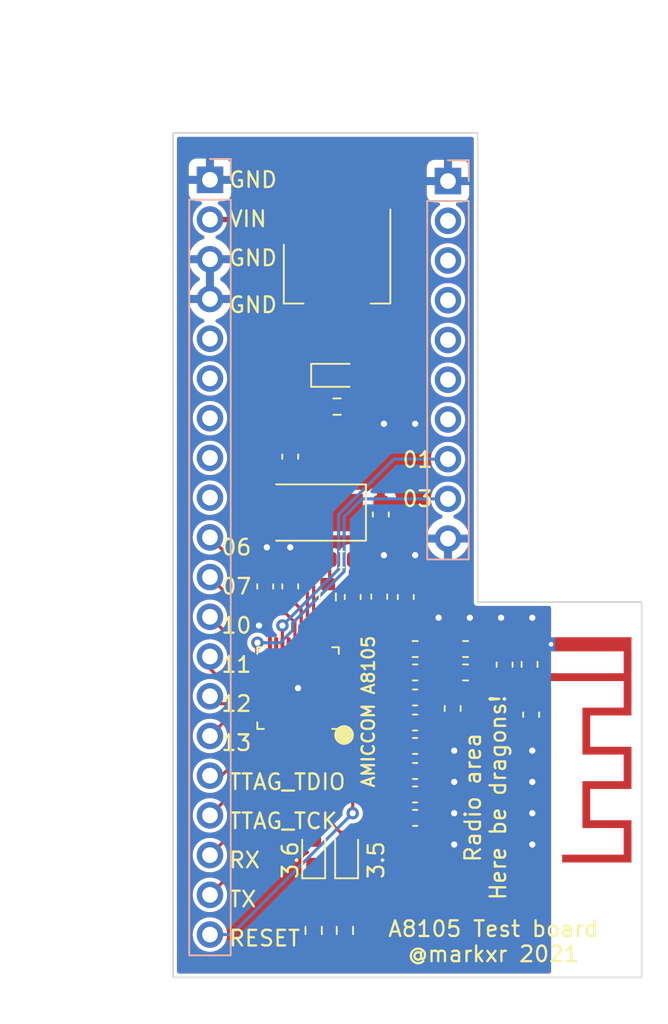
<source format=kicad_pcb>
(kicad_pcb (version 20210424) (generator pcbnew)
  (layers (0 "F.Cu" signal) (31 "B.Cu" signal) (34 "B.Paste" user) (35 "F.Paste" user) (36 "B.SilkS" user "B.Silkscreen") (37 "F.SilkS" user "F.Silkscreen") (38 "B.Mask" user) (39 "F.Mask" user) (44 "Edge.Cuts" user))
  (net 0 "")
  (net 1 "GND")
  (net 2 "/VIN")
  (net 3 "/RESETN")
  (net 4 "+3V3")
  (net 9 "/P0.1")
  (net 13 "Net-(D1-Pad1)")
  (net 14 "Net-(D2-Pad1)")
  (net 15 "Net-(D3-Pad1)")
  (net 16 "/P1.0")
  (net 17 "/BLINKY1")
  (net 18 "/P1.1")
  (net 19 "/P1.2")
  (net 20 "/P1.3")
  (net 21 "/BLINKY2")
  (net 28 "/P0.3")
  (net 29 "/P0.6")
  (net 30 "/P0.7")
  (net 31 "/TTAG_TTDIO")
  (net 32 "/TTAG_TTCK")
  (net 35 "/RFI")
  (net 36 "Net-(C4-Pad2)")
  (net 37 "Net-(C6-Pad1)")
  (net 42 "Net-(C7-Pad1)")
  (net 43 "Net-(C8-Pad1)")
  (net 47 "Net-(C9-Pad1)")
  (net 48 "/VREF")
  (net 49 "Net-(C12-Pad1)")
  (net 50 "Net-(C14-Pad1)")
  (net 51 "/ANT")
  (net 52 "/XI")
  (net 53 "/XO")
  (net 54 "/IMPMATCH2")
  (net 55 "/RFO")
  (net 56 "/IMPMATCH1")
  (net 57 "/VDD_VCO")
  (net 58 "/CP")
  (net 59 "/UART0_RX")
  (net 60 "/UART0_TX")
  (footprint "Capacitor_SMD:C_0603_1608Metric" (layer "F.Cu") (at 163 109.3)
    (fp_text reference "C6" hide)
    (fp_text value "2.2uF")
    (fp_line (start -0.14058 0.51) (end 0.14058 0.51) (layer "F.SilkS") (width 0.12))
    (fp_line (start -0.14058 -0.51) (end 0.14058 -0.51) (layer "F.SilkS") (width 0.12))
    (pad "1" smd roundrect locked (at -0.775 0) (size 0.9 0.95) (layers "F.Cu" "F.Paste" "F.Mask") (net 37 "Net-(C6-Pad1)"))
    (pad "2" smd roundrect locked (at 0.775 0) (size 0.9 0.95) (layers "F.Cu" "F.Paste" "F.Mask") (net 1 "GND"))
  )
  (footprint "Capacitor_SMD:C_0603_1608Metric" (layer "F.Cu") (at 170.425 102.7 -90)
    (fp_text reference "C15" hide)
    (fp_text value "1.2pF")
    (fp_line (start -0.14058 0.51) (end 0.14058 0.51) (layer "F.SilkS") (width 0.12))
    (fp_line (start -0.14058 -0.51) (end 0.14058 -0.51) (layer "F.SilkS") (width 0.12))
    (pad "1" smd roundrect locked (at -0.775 0 270) (size 0.9 0.95) (layers "F.Cu" "F.Paste" "F.Mask") (net 51 "/ANT"))
    (pad "2" smd roundrect locked (at 0.775 0 270) (size 0.9 0.95) (layers "F.Cu" "F.Paste" "F.Mask") (net 1 "GND"))
  )
  (footprint "Capacitor_SMD:C_0603_1608Metric" (layer "F.Cu") (at 160.7 95.15 90)
    (fp_text reference "C22" hide)
    (fp_text value "0.1uF")
    (fp_line (start -0.14058 0.51) (end 0.14058 0.51) (layer "F.SilkS") (width 0.12))
    (fp_line (start -0.14058 -0.51) (end 0.14058 -0.51) (layer "F.SilkS") (width 0.12))
    (pad "1" smd roundrect locked (at -0.775 0 90) (size 0.9 0.95) (layers "F.Cu" "F.Paste" "F.Mask") (net 57 "/VDD_VCO"))
    (pad "2" smd roundrect locked (at 0.775 0 90) (size 0.9 0.95) (layers "F.Cu" "F.Paste" "F.Mask") (net 1 "GND"))
  )
  (footprint "Capacitor_SMD:C_0603_1608Metric" (layer "F.Cu") (at 155 86.2 90)
    (fp_text reference "C17" hide)
    (fp_text value "33pF")
    (fp_line (start -0.14058 -0.51) (end 0.14058 -0.51) (layer "F.SilkS") (width 0.12))
    (fp_line (start -0.14058 0.51) (end 0.14058 0.51) (layer "F.SilkS") (width 0.12))
    (pad "1" smd roundrect locked (at -0.775 0 90) (size 0.9 0.95) (layers "F.Cu" "F.Paste" "F.Mask") (net 53 "/XO"))
    (pad "2" smd roundrect locked (at 0.775 0 90) (size 0.9 0.95) (layers "F.Cu" "F.Paste" "F.Mask") (net 1 "GND"))
  )
  (footprint "Capacitor_SMD:C_0603_1608Metric" (layer "F.Cu") (at 163 103.2)
    (fp_text reference "C8" hide)
    (fp_text value "2.2uF")
    (fp_line (start -0.14058 0.51) (end 0.14058 0.51) (layer "F.SilkS") (width 0.12))
    (fp_line (start -0.14058 -0.51) (end 0.14058 -0.51) (layer "F.SilkS") (width 0.12))
    (pad "1" smd roundrect locked (at -0.775 0) (size 0.9 0.95) (layers "F.Cu" "F.Paste" "F.Mask") (net 43 "Net-(C8-Pad1)"))
    (pad "2" smd roundrect locked (at 0.775 0) (size 0.9 0.95) (layers "F.Cu" "F.Paste" "F.Mask") (net 1 "GND"))
  )
  (footprint "Capacitor_SMD:C_0603_1608Metric" (layer "F.Cu") (at 168.725 99.5 -90)
    (fp_text reference "C18" hide)
    (fp_text value "2.2pF")
    (fp_line (start -0.14058 0.51) (end 0.14058 0.51) (layer "F.SilkS") (width 0.12))
    (fp_line (start -0.14058 -0.51) (end 0.14058 -0.51) (layer "F.SilkS") (width 0.12))
    (pad "1" smd roundrect locked (at -0.775 0 270) (size 0.9 0.95) (layers "F.Cu" "F.Paste" "F.Mask") (net 54 "/IMPMATCH2"))
    (pad "2" smd roundrect locked (at 0.775 0 270) (size 0.9 0.95) (layers "F.Cu" "F.Paste" "F.Mask") (net 1 "GND"))
  )
  (footprint "LED_SMD:LED_0603_1608Metric_Pad1.05x0.95mm_HandSolder" (layer "F.Cu") (at 158.61 111.5 90)
    (fp_text reference "D3" hide)
    (fp_text value "LED")
    (fp_line (start -1.66 0.735) (end 0.8 0.735) (layer "F.SilkS") (width 0.12))
    (fp_line (start 0.8 -0.735) (end -1.66 -0.735) (layer "F.SilkS") (width 0.12))
    (fp_line (start -1.66 -0.735) (end -1.66 0.735) (layer "F.SilkS") (width 0.12))
    (pad "1" smd roundrect locked (at -0.875 0 90) (size 1.05 0.95) (layers "F.Cu" "F.Paste" "F.Mask") (net 15 "Net-(D3-Pad1)"))
    (pad "2" smd roundrect locked (at 0.875 0 90) (size 1.05 0.95) (layers "F.Cu" "F.Paste" "F.Mask") (net 21 "/BLINKY2"))
  )
  (footprint "Capacitor_SMD:C_0603_1608Metric" (layer "F.Cu") (at 160.8 89.9 90)
    (fp_text reference "C16" hide)
    (fp_text value "33pF")
    (fp_line (start -0.14058 0.51) (end 0.14058 0.51) (layer "F.SilkS") (width 0.12))
    (fp_line (start -0.14058 -0.51) (end 0.14058 -0.51) (layer "F.SilkS") (width 0.12))
    (pad "1" smd roundrect locked (at -0.775 0 90) (size 0.9 0.95) (layers "F.Cu" "F.Paste" "F.Mask") (net 52 "/XI"))
    (pad "2" smd roundrect locked (at 0.775 0 90) (size 0.9 0.95) (layers "F.Cu" "F.Paste" "F.Mask") (net 1 "GND"))
  )
  (footprint "Capacitor_SMD:C_0603_1608Metric" (layer "F.Cu") (at 153.4 94.5 -90)
    (fp_text reference "C5" hide)
    (fp_text value "2.2uF")
    (fp_line (start -0.14058 -0.51) (end 0.14058 -0.51) (layer "F.SilkS") (width 0.12))
    (fp_line (start -0.14058 0.51) (end 0.14058 0.51) (layer "F.SilkS") (width 0.12))
    (pad "1" smd roundrect locked (at -0.775 0 270) (size 0.9 0.95) (layers "F.Cu" "F.Paste" "F.Mask") (net 4 "+3V3"))
    (pad "2" smd roundrect locked (at 0.775 0 270) (size 0.9 0.95) (layers "F.Cu" "F.Paste" "F.Mask") (net 1 "GND"))
  )
  (footprint "Capacitor_SMD:C_0603_1608Metric" (layer "F.Cu") (at 163 101.6)
    (fp_text reference "C4" hide)
    (fp_text value "2.2pF")
    (fp_line (start -0.14058 0.51) (end 0.14058 0.51) (layer "F.SilkS") (width 0.12))
    (fp_line (start -0.14058 -0.51) (end 0.14058 -0.51) (layer "F.SilkS") (width 0.12))
    (pad "1" smd roundrect locked (at -0.775 0) (size 0.9 0.95) (layers "F.Cu" "F.Paste" "F.Mask") (net 35 "/RFI"))
    (pad "2" smd roundrect locked (at 0.775 0) (size 0.9 0.95) (layers "F.Cu" "F.Paste" "F.Mask") (net 36 "Net-(C4-Pad2)"))
  )
  (footprint "Resistor_SMD:R_0603_1608Metric" (layer "F.Cu") (at 158 83)
    (fp_text reference "R2" hide)
    (fp_text value "1k")
    (fp_line (start -0.237258 0.5225) (end 0.237258 0.5225) (layer "F.SilkS") (width 0.12))
    (fp_line (start -0.237258 -0.5225) (end 0.237258 -0.5225) (layer "F.SilkS") (width 0.12))
    (pad "1" smd roundrect locked (at -0.825 0) (size 0.8 0.95) (layers "F.Cu" "F.Paste" "F.Mask") (net 13 "Net-(D1-Pad1)"))
    (pad "2" smd roundrect locked (at 0.825 0) (size 0.8 0.95) (layers "F.Cu" "F.Paste" "F.Mask") (net 1 "GND"))
  )
  (footprint "Capacitor_SMD:C_0603_1608Metric" (layer "F.Cu") (at 159 95.175 90)
    (fp_text reference "C23" hide)
    (fp_text value "220pF")
    (fp_line (start -0.14058 -0.51) (end 0.14058 -0.51) (layer "F.SilkS") (width 0.12))
    (fp_line (start -0.14058 0.51) (end 0.14058 0.51) (layer "F.SilkS") (width 0.12))
    (pad "1" smd roundrect locked (at -0.775 0 90) (size 0.9 0.95) (layers "F.Cu" "F.Paste" "F.Mask") (net 58 "/CP"))
    (pad "2" smd roundrect locked (at 0.775 0 90) (size 0.9 0.95) (layers "F.Cu" "F.Paste" "F.Mask") (net 1 "GND"))
  )
  (footprint "LED_SMD:LED_0603_1608Metric_Pad1.05x0.95mm_HandSolder" (layer "F.Cu") (at 158 81)
    (fp_text reference "D1" hide)
    (fp_text value "LED")
    (fp_line (start -1.66 0.735) (end 0.8 0.735) (layer "F.SilkS") (width 0.12))
    (fp_line (start 0.8 -0.735) (end -1.66 -0.735) (layer "F.SilkS") (width 0.12))
    (fp_line (start -1.66 -0.735) (end -1.66 0.735) (layer "F.SilkS") (width 0.12))
    (pad "1" smd roundrect locked (at -0.875 0) (size 1.05 0.95) (layers "F.Cu" "F.Paste" "F.Mask") (net 13 "Net-(D1-Pad1)"))
    (pad "2" smd roundrect locked (at 0.875 0) (size 1.05 0.95) (layers "F.Cu" "F.Paste" "F.Mask") (net 4 "+3V3"))
  )
  (footprint "Package_TO_SOT_SMD:SOT-223-3_TabPin2" (layer "F.Cu") (at 158 74.5 -90)
    (fp_text reference "U2" hide)
    (fp_text value "AMS1117-3.3")
    (fp_line (start -1.85 3.41) (end 1.91 3.41) (layer "F.SilkS") (width 0.12))
    (fp_line (start -4.1 -3.41) (end 1.91 -3.41) (layer "F.SilkS") (width 0.12))
    (fp_line (start 1.91 3.41) (end 1.91 2.15) (layer "F.SilkS") (width 0.12))
    (fp_line (start 1.91 -3.41) (end 1.91 -2.15) (layer "F.SilkS") (width 0.12))
    (pad "1" smd rect locked (at -3.15 -2.3 270) (size 2 1.5) (layers "F.Cu" "F.Paste" "F.Mask") (net 1 "GND"))
    (pad "2" smd rect locked (at -3.15 0 270) (size 2 1.5) (layers "F.Cu" "F.Paste" "F.Mask") (net 4 "+3V3"))
    (pad "2" smd rect locked (at 3.15 0 270) (size 2 3.8) (layers "F.Cu" "F.Paste" "F.Mask") (net 4 "+3V3"))
    (pad "3" smd rect locked (at -3.15 2.3 270) (size 2 1.5) (layers "F.Cu" "F.Paste" "F.Mask") (net 2 "/VIN"))
  )
  (footprint "a8105:QFN-40-A8105-longpads" (layer "F.Cu") (at 155.5 101 180)
    (fp_text reference "U1" hide)
    (fp_text value "A81X05F5")
    (fp_line (start 2.61 -2.61) (end 2.61 -2.185) (layer "F.SilkS") (width 0.12))
    (fp_line (start 2.185 -2.61) (end 2.61 -2.61) (layer "F.SilkS") (width 0.12))
    (fp_line (start -2.185 -2.61) (end -2.61 -2.61) (layer "F.SilkS") (width 0.12))
    (fp_line (start 2.61 2.61) (end 2.61 2.185) (layer "F.SilkS") (width 0.12))
    (fp_line (start -2.185 2.61) (end -2.61 2.61) (layer "F.SilkS") (width 0.12))
    (fp_line (start -2.61 2.61) (end -2.61 2.185) (layer "F.SilkS") (width 0.12))
    (fp_line (start 2.185 2.61) (end 2.61 2.61) (layer "F.SilkS") (width 0.12))
    (pad "1" smd roundrect locked (at -2.6375 -1.8 180) (size 1.225 0.25) (layers "F.Cu" "F.Paste" "F.Mask"))
    (pad "2" smd roundrect locked (at -2.6375 -1.4 180) (size 1.225 0.25) (layers "F.Cu" "F.Paste" "F.Mask"))
    (pad "3" smd roundrect locked (at -2.6375 -1 180) (size 1.225 0.25) (layers "F.Cu" "F.Paste" "F.Mask") (net 3 "/RESETN"))
    (pad "4" smd roundrect locked (at -2.6375 -0.6 180) (size 1.225 0.25) (layers "F.Cu" "F.Paste" "F.Mask") (net 37 "Net-(C6-Pad1)"))
    (pad "5" smd roundrect locked (at -2.6375 -0.2 180) (size 1.225 0.25) (layers "F.Cu" "F.Paste" "F.Mask") (net 47 "Net-(C9-Pad1)"))
    (pad "6" smd roundrect locked (at -2.6375 0.2 180) (size 1.225 0.25) (layers "F.Cu" "F.Paste" "F.Mask") (net 42 "Net-(C7-Pad1)"))
    (pad "7" smd roundrect locked (at -2.6375 0.6 180) (size 1.225 0.25) (layers "F.Cu" "F.Paste" "F.Mask") (net 48 "/VREF"))
    (pad "8" smd roundrect locked (at -2.6375 1 180) (size 1.225 0.25) (layers "F.Cu" "F.Paste" "F.Mask") (net 43 "Net-(C8-Pad1)"))
    (pad "9" smd roundrect locked (at -2.6375 1.4 180) (size 1.225 0.25) (layers "F.Cu" "F.Paste" "F.Mask") (net 35 "/RFI"))
    (pad "10" smd roundrect locked (at -2.6375 1.8 180) (size 1.225 0.25) (layers "F.Cu" "F.Paste" "F.Mask") (net 55 "/RFO"))
    (pad "11" smd roundrect locked (at -1.8 2.6375 180) (size 0.25 1.225) (layers "F.Cu" "F.Paste" "F.Mask") (net 57 "/VDD_VCO"))
    (pad "12" smd roundrect locked (at -1.4 2.6375 180) (size 0.25 1.225) (layers "F.Cu" "F.Paste" "F.Mask") (net 58 "/CP"))
    (pad "13" smd roundrect locked (at -1 2.6375 180) (size 0.25 1.225) (layers "F.Cu" "F.Paste" "F.Mask") (net 52 "/XI"))
    (pad "14" smd roundrect locked (at -0.6 2.6375 180) (size 0.25 1.225) (layers "F.Cu" "F.Paste" "F.Mask") (net 53 "/XO"))
    (pad "15" smd roundrect locked (at -0.2 2.6375 180) (size 0.25 1.225) (layers "F.Cu" "F.Paste" "F.Mask") (net 49 "Net-(C12-Pad1)"))
    (pad "16" smd roundrect locked (at 0.2 2.6375 180) (size 0.25 1.225) (layers "F.Cu" "F.Paste" "F.Mask") (net 4 "+3V3"))
    (pad "17" smd roundrect locked (at 0.6 2.6375 180) (size 0.25 1.225) (layers "F.Cu" "F.Paste" "F.Mask"))
    (pad "18" smd roundrect locked (at 1 2.6375 180) (size 0.25 1.225) (layers "F.Cu" "F.Paste" "F.Mask") (net 9 "/P0.1"))
    (pad "19" smd roundrect locked (at 1.4 2.6375 180) (size 0.25 1.225) (layers "F.Cu" "F.Paste" "F.Mask"))
    (pad "20" smd roundrect locked (at 1.8 2.6375 180) (size 0.25 1.225) (layers "F.Cu" "F.Paste" "F.Mask") (net 1 "GND"))
    (pad "21" smd roundrect locked (at 2.6375 1.8 180) (size 1.225 0.25) (layers "F.Cu" "F.Paste" "F.Mask") (net 28 "/P0.3"))
    (pad "22" smd roundrect locked (at 2.6375 1.4 180) (size 1.225 0.25) (layers "F.Cu" "F.Paste" "F.Mask"))
    (pad "23" smd roundrect locked (at 2.6375 1 180) (size 1.225 0.25) (layers "F.Cu" "F.Paste" "F.Mask"))
    (pad "24" smd roundrect locked (at 2.6375 0.6 180) (size 1.225 0.25) (layers "F.Cu" "F.Paste" "F.Mask") (net 29 "/P0.6"))
    (pad "25" smd roundrect locked (at 2.6375 0.2 180) (size 1.225 0.25) (layers "F.Cu" "F.Paste" "F.Mask") (net 30 "/P0.7"))
    (pad "26" smd roundrect locked (at 2.6375 -0.2 180) (size 1.225 0.25) (layers "F.Cu" "F.Paste" "F.Mask") (net 16 "/P1.0"))
    (pad "27" smd roundrect locked (at 2.6375 -0.6 180) (size 1.225 0.25) (layers "F.Cu" "F.Paste" "F.Mask") (net 18 "/P1.1"))
    (pad "28" smd roundrect locked (at 2.6375 -1 180) (size 1.225 0.25) (layers "F.Cu" "F.Paste" "F.Mask") (net 19 "/P1.2"))
    (pad "29" smd roundrect locked (at 2.6375 -1.4 180) (size 1.225 0.25) (layers "F.Cu" "F.Paste" "F.Mask") (net 20 "/P1.3"))
    (pad "30" smd roundrect locked (at 2.6375 -1.8 180) (size 1.225 0.25) (layers "F.Cu" "F.Paste" "F.Mask") (net 31 "/TTAG_TTDIO"))
    (pad "31" smd roundrect locked (at 1.8 -2.6375 180) (size 0.25 1.225) (layers "F.Cu" "F.Paste" "F.Mask") (net 32 "/TTAG_TTCK"))
    (pad "32" smd roundrect locked (at 1.4 -2.6375 180) (size 0.25 1.225) (layers "F.Cu" "F.Paste" "F.Mask"))
    (pad "33" smd roundrect locked (at 1 -2.6375 180) (size 0.25 1.225) (layers "F.Cu" "F.Paste" "F.Mask"))
    (pad "34" smd roundrect locked (at 0.6 -2.6375 180) (size 0.25 1.225) (layers "F.Cu" "F.Paste" "F.Mask") (net 59 "/UART0_RX"))
    (pad "35" smd roundrect locked (at 0.2 -2.6375 180) (size 0.25 1.225) (layers "F.Cu" "F.Paste" "F.Mask") (net 60 "/UART0_TX"))
    (pad "36" smd roundrect locked (at -0.2 -2.6375 180) (size 0.25 1.225) (layers "F.Cu" "F.Paste" "F.Mask"))
    (pad "37" smd roundrect locked (at -0.6 -2.6375 180) (size 0.25 1.225) (layers "F.Cu" "F.Paste" "F.Mask"))
    (pad "38" smd roundrect locked (at -1 -2.6375 180) (size 0.25 1.225) (layers "F.Cu" "F.Paste" "F.Mask"))
    (pad "39" smd roundrect locked (at -1.4 -2.6375 180) (size 0.25 1.225) (layers "F.Cu" "F.Paste" "F.Mask") (net 17 "/BLINKY1"))
    (pad "40" smd roundrect locked (at -1.8 -2.6375 180) (size 0.25 1.225) (layers "F.Cu" "F.Paste" "F.Mask") (net 21 "/BLINKY2"))
    (pad "41" smd roundrect locked (at 0 0 180) (size 3 3) (layers "F.Cu" "F.Mask") (roundrect_rratio 0.125) (net 1 "GND"))
  )
  (footprint "Crystal:Crystal_SMD_5032-2Pin_5.0x3.2mm" (layer "F.Cu") (at 156.8 89.775 180)
    (fp_text reference "Y1" hide)
    (fp_text value "16Mhz")
    (fp_line (start -3.05 -1.8) (end -3.05 1.8) (layer "F.SilkS") (width 0.12))
    (fp_line (start 2.7 -1.8) (end -3.05 -1.8) (layer "F.SilkS") (width 0.12))
    (fp_line (start -3.05 1.8) (end 2.7 1.8) (layer "F.SilkS") (width 0.12))
    (pad "1" smd rect locked (at -1.85 0 180) (size 2 2.4) (layers "F.Cu" "F.Paste" "F.Mask") (net 52 "/XI"))
    (pad "2" smd rect locked (at 1.85 0 180) (size 2 2.4) (layers "F.Cu" "F.Paste" "F.Mask") (net 53 "/XO"))
  )
  (footprint "RF_Antenna:Texas_SWRA117D_2.4GHz_Right" (layer "F.Cu") (at 171.7 100.3 -90)
    (fp_text reference "AE1" hide)
    (fp_text value "Antenna_Shield")
    (fp_poly (pts (xy 2.45 -2.51) (xy 4.45 -2.51) (xy 4.45 -5.15) (xy 7.15 -5.15) (xy 7.15 -2.51) (xy 9.15 -2.51) (xy 9.15 -5.15) (xy 11.85 -5.15) (xy 11.85 -0.71) (xy 11.35 -0.71) (xy 11.35 -4.65) (xy 9.65 -4.65) (xy 9.65 -2.01) (xy 6.65 -2.01) (xy 6.65 -4.65) (xy 4.95 -4.65) (xy 4.95 -2.01) (xy 1.95 -2.01) (xy 1.95 -4.65) (xy 0.25 -4.65) (xy 0.25 0.25) (xy -0.25 0.25) (xy -0.25 -4.65) (xy -1.65 -4.65) (xy -1.65 0.25) (xy -2.55 0.25) (xy -2.55 0.006785) (xy -2.247583 0.006785) (xy -2.237742 0.054395) (xy -2.213674 0.096797) (xy -2.175731 0.129581) (xy -2.167819 0.133935) (xy -2.125156 0.146043) (xy -2.076637 0.1453) (xy -2.031122 0.1324) (xy -2.012511 0.121787) (xy -1.978868 0.086553) (xy -1.958309 0.041368) (xy -1.951778 -0.008158) (xy -1.960218 -0.056417) (xy -1.977112 -0.088643) (xy -2.012372 -0.121313) (xy -2.057682 -0.141408) (xy -2.107267 -0.147982) (xy -2.155353 -0.140092) (xy -2.188245 -0.123186) (xy -2.223185 -0.086416) (xy -2.242847 -0.041622) (xy -2.247583 0.006785) (xy -2.55 0.006785) (xy -2.55 -5.15) (xy 2.45 -5.15) (xy 2.45 -2.51)) (layer "F.Cu") (width 0) (fill solid))
    (pad "1" connect rect locked (at 0 0 270) (size 0.5 0.5) (layers "F.Cu") (net 51 "/ANT"))
    (pad "2" thru_hole rect locked (at -2.1 0 270) (size 0.9 0.5) (drill 0.3) (layers *.Cu) (net 1 "GND"))
  )
  (footprint "LED_SMD:LED_0603_1608Metric_Pad1.05x0.95mm_HandSolder" (layer "F.Cu") (at 156.5 111.5 90)
    (fp_text reference "D2" hide)
    (fp_text value "LED")
    (fp_line (start -1.66 0.735) (end 0.8 0.735) (layer "F.SilkS") (width 0.12))
    (fp_line (start 0.8 -0.735) (end -1.66 -0.735) (layer "F.SilkS") (width 0.12))
    (fp_line (start -1.66 -0.735) (end -1.66 0.735) (layer "F.SilkS") (width 0.12))
    (pad "1" smd roundrect locked (at -0.875 0 90) (size 1.05 0.95) (layers "F.Cu" "F.Paste" "F.Mask") (net 14 "Net-(D2-Pad1)"))
    (pad "2" smd roundrect locked (at 0.875 0 90) (size 1.05 0.95) (layers "F.Cu" "F.Paste" "F.Mask") (net 17 "/BLINKY1"))
  )
  (footprint "Resistor_SMD:R_0603_1608Metric" (layer "F.Cu") (at 158.5 116.5 -90)
    (fp_text reference "R4" hide)
    (fp_text value "1k")
    (fp_line (start -0.237258 0.5225) (end 0.237258 0.5225) (layer "F.SilkS") (width 0.12))
    (fp_line (start -0.237258 -0.5225) (end 0.237258 -0.5225) (layer "F.SilkS") (width 0.12))
    (pad "1" smd roundrect locked (at -0.825 0 270) (size 0.8 0.95) (layers "F.Cu" "F.Paste" "F.Mask") (net 15 "Net-(D3-Pad1)"))
    (pad "2" smd roundrect locked (at 0.825 0 270) (size 0.8 0.95) (layers "F.Cu" "F.Paste" "F.Mask") (net 1 "GND"))
  )
  (footprint "Inductor_SMD:L_0603_1608Metric" (layer "F.Cu") (at 166.225 100)
    (fp_text reference "L2" hide)
    (fp_text value "3.3nH")
    (fp_line (start -0.162779 0.51) (end 0.162779 0.51) (layer "F.SilkS") (width 0.12))
    (fp_line (start -0.162779 -0.51) (end 0.162779 -0.51) (layer "F.SilkS") (width 0.12))
    (pad "1" smd roundrect locked (at -0.7875 0) (size 0.875 0.95) (layers "F.Cu" "F.Paste" "F.Mask") (net 56 "/IMPMATCH1"))
    (pad "2" smd roundrect locked (at 0.7875 0) (size 0.875 0.95) (layers "F.Cu" "F.Paste" "F.Mask") (net 1 "GND"))
  )
  (footprint "Capacitor_SMD:C_0603_1608Metric" (layer "F.Cu") (at 163 106.3)
    (fp_text reference "C7" hide)
    (fp_text value "330pF")
    (fp_line (start -0.14058 0.51) (end 0.14058 0.51) (layer "F.SilkS") (width 0.12))
    (fp_line (start -0.14058 -0.51) (end 0.14058 -0.51) (layer "F.SilkS") (width 0.12))
    (pad "1" smd roundrect locked (at -0.775 0) (size 0.9 0.95) (layers "F.Cu" "F.Paste" "F.Mask") (net 42 "Net-(C7-Pad1)"))
    (pad "2" smd roundrect locked (at 0.775 0) (size 0.9 0.95) (layers "F.Cu" "F.Paste" "F.Mask") (net 1 "GND"))
  )
  (footprint "Capacitor_SMD:C_0603_1608Metric" (layer "F.Cu") (at 162.4 95.175 90)
    (fp_text reference "C21" hide)
    (fp_text value "100pF")
    (fp_line (start -0.14058 0.51) (end 0.14058 0.51) (layer "F.SilkS") (width 0.12))
    (fp_line (start -0.14058 -0.51) (end 0.14058 -0.51) (layer "F.SilkS") (width 0.12))
    (pad "1" smd roundrect locked (at -0.775 0 90) (size 0.9 0.95) (layers "F.Cu" "F.Paste" "F.Mask") (net 57 "/VDD_VCO"))
    (pad "2" smd roundrect locked (at 0.775 0 90) (size 0.9 0.95) (layers "F.Cu" "F.Paste" "F.Mask") (net 1 "GND"))
  )
  (footprint "Resistor_SMD:R_0603_1608Metric" (layer "F.Cu") (at 157.4 95.175 90)
    (fp_text reference "R1" hide)
    (fp_text value "560")
    (fp_line (start -0.237258 0.5225) (end 0.237258 0.5225) (layer "F.SilkS") (width 0.12))
    (fp_line (start -0.237258 -0.5225) (end 0.237258 -0.5225) (layer "F.SilkS") (width 0.12))
    (pad "1" smd roundrect locked (at -0.825 0 90) (size 0.8 0.95) (layers "F.Cu" "F.Paste" "F.Mask") (net 58 "/CP"))
    (pad "2" smd roundrect locked (at 0.825 0 90) (size 0.8 0.95) (layers "F.Cu" "F.Paste" "F.Mask") (net 50 "Net-(C14-Pad1)"))
  )
  (footprint "Capacitor_SMD:C_0603_1608Metric" (layer "F.Cu") (at 163 104.7)
    (fp_text reference "C10" hide)
    (fp_text value "330pF")
    (fp_line (start -0.14058 0.51) (end 0.14058 0.51) (layer "F.SilkS") (width 0.12))
    (fp_line (start -0.14058 -0.51) (end 0.14058 -0.51) (layer "F.SilkS") (width 0.12))
    (pad "1" smd roundrect locked (at -0.775 0) (size 0.9 0.95) (layers "F.Cu" "F.Paste" "F.Mask") (net 48 "/VREF"))
    (pad "2" smd roundrect locked (at 0.775 0) (size 0.9 0.95) (layers "F.Cu" "F.Paste" "F.Mask") (net 1 "GND"))
  )
  (footprint "Capacitor_SMD:C_0603_1608Metric" (layer "F.Cu") (at 163 107.8)
    (fp_text reference "C9" hide)
    (fp_text value "2.2uF")
    (fp_line (start -0.14058 -0.51) (end 0.14058 -0.51) (layer "F.SilkS") (width 0.12))
    (fp_line (start -0.14058 0.51) (end 0.14058 0.51) (layer "F.SilkS") (width 0.12))
    (pad "1" smd roundrect locked (at -0.775 0) (size 0.9 0.95) (layers "F.Cu" "F.Paste" "F.Mask") (net 47 "Net-(C9-Pad1)"))
    (pad "2" smd roundrect locked (at 0.775 0) (size 0.9 0.95) (layers "F.Cu" "F.Paste" "F.Mask") (net 1 "GND"))
  )
  (footprint "Inductor_SMD:L_0603_1608Metric" (layer "F.Cu") (at 165.4 102.3 90)
    (fp_text reference "L1" hide)
    (fp_text value "2.7nH")
    (fp_line (start -0.162779 -0.51) (end 0.162779 -0.51) (layer "F.SilkS") (width 0.12))
    (fp_line (start -0.162779 0.51) (end 0.162779 0.51) (layer "F.SilkS") (width 0.12))
    (pad "1" smd roundrect locked (at -0.7875 0 90) (size 0.875 0.95) (layers "F.Cu" "F.Paste" "F.Mask") (net 36 "Net-(C4-Pad2)"))
    (pad "2" smd roundrect locked (at 0.7875 0 90) (size 0.875 0.95) (layers "F.Cu" "F.Paste" "F.Mask") (net 56 "/IMPMATCH1"))
  )
  (footprint "Inductor_SMD:L_0603_1608Metric" (layer "F.Cu") (at 166.225 98.5)
    (fp_text reference "L5" hide)
    (fp_text value "1.1nH")
    (fp_line (start -0.162779 -0.51) (end 0.162779 -0.51) (layer "F.SilkS") (width 0.12))
    (fp_line (start -0.162779 0.51) (end 0.162779 0.51) (layer "F.SilkS") (width 0.12))
    (pad "1" smd roundrect locked (at -0.7875 0) (size 0.875 0.95) (layers "F.Cu" "F.Paste" "F.Mask") (net 56 "/IMPMATCH1"))
    (pad "2" smd roundrect locked (at 0.7875 0) (size 0.875 0.95) (layers "F.Cu" "F.Paste" "F.Mask") (net 54 "/IMPMATCH2"))
  )
  (footprint "Inductor_SMD:L_0603_1608Metric" (layer "F.Cu") (at 163 98.5)
    (fp_text reference "L3" hide)
    (fp_text value "4.7nH")
    (fp_line (start -0.162779 0.51) (end 0.162779 0.51) (layer "F.SilkS") (width 0.12))
    (fp_line (start -0.162779 -0.51) (end 0.162779 -0.51) (layer "F.SilkS") (width 0.12))
    (pad "1" smd roundrect locked (at -0.7875 0) (size 0.875 0.95) (layers "F.Cu" "F.Paste" "F.Mask") (net 55 "/RFO"))
    (pad "2" smd roundrect locked (at 0.7875 0) (size 0.875 0.95) (layers "F.Cu" "F.Paste" "F.Mask") (net 57 "/VDD_VCO"))
  )
  (footprint "Capacitor_SMD:C_0603_1608Metric" (layer "F.Cu") (at 155 94.5 90)
    (fp_text reference "C12" hide)
    (fp_text value "2.2uF")
    (fp_line (start -0.14058 -0.51) (end 0.14058 -0.51) (layer "F.SilkS") (width 0.12))
    (fp_line (start -0.14058 0.51) (end 0.14058 0.51) (layer "F.SilkS") (width 0.12))
    (pad "1" smd roundrect locked (at -0.775 0 90) (size 0.9 0.95) (layers "F.Cu" "F.Paste" "F.Mask") (net 49 "Net-(C12-Pad1)"))
    (pad "2" smd roundrect locked (at 0.775 0 90) (size 0.9 0.95) (layers "F.Cu" "F.Paste" "F.Mask") (net 1 "GND"))
  )
  (footprint "Capacitor_SMD:C_0603_1608Metric" (layer "F.Cu") (at 158.3 92.775)
    (fp_text reference "C14" hide)
    (fp_text value "4.7nF")
    (fp_line (start -0.14058 0.51) (end 0.14058 0.51) (layer "F.SilkS") (width 0.12))
    (fp_line (start -0.14058 -0.51) (end 0.14058 -0.51) (layer "F.SilkS") (width 0.12))
    (pad "1" smd roundrect locked (at -0.775 0) (size 0.9 0.95) (layers "F.Cu" "F.Paste" "F.Mask") (net 50 "Net-(C14-Pad1)"))
    (pad "2" smd roundrect locked (at 0.775 0) (size 0.9 0.95) (layers "F.Cu" "F.Paste" "F.Mask") (net 1 "GND"))
  )
  (footprint "Capacitor_SMD:C_0603_1608Metric" (layer "F.Cu") (at 163 100)
    (fp_text reference "C20" hide)
    (fp_text value "33pF")
    (fp_line (start -0.14058 0.51) (end 0.14058 0.51) (layer "F.SilkS") (width 0.12))
    (fp_line (start -0.14058 -0.51) (end 0.14058 -0.51) (layer "F.SilkS") (width 0.12))
    (pad "1" smd roundrect locked (at -0.775 0) (size 0.9 0.95) (layers "F.Cu" "F.Paste" "F.Mask") (net 55 "/RFO"))
    (pad "2" smd roundrect locked (at 0.775 0) (size 0.9 0.95) (layers "F.Cu" "F.Paste" "F.Mask") (net 56 "/IMPMATCH1"))
  )
  (footprint "Resistor_SMD:R_0603_1608Metric" (layer "F.Cu") (at 156.5 116.5 -90)
    (fp_text reference "R3" hide)
    (fp_text value "1k")
    (fp_line (start -0.237258 -0.5225) (end 0.237258 -0.5225) (layer "F.SilkS") (width 0.12))
    (fp_line (start -0.237258 0.5225) (end 0.237258 0.5225) (layer "F.SilkS") (width 0.12))
    (pad "1" smd roundrect locked (at -0.825 0 270) (size 0.8 0.95) (layers "F.Cu" "F.Paste" "F.Mask") (net 14 "Net-(D2-Pad1)"))
    (pad "2" smd roundrect locked (at 0.825 0 270) (size 0.8 0.95) (layers "F.Cu" "F.Paste" "F.Mask") (net 1 "GND"))
  )
  (footprint "Inductor_SMD:L_0603_1608Metric" (layer "F.Cu") (at 170.325 99.4875 -90)
    (fp_text reference "L4" hide)
    (fp_text value "2.2nH")
    (fp_line (start -0.162779 0.51) (end 0.162779 0.51) (layer "F.SilkS") (width 0.12))
    (fp_line (start -0.162779 -0.51) (end 0.162779 -0.51) (layer "F.SilkS") (width 0.12))
    (pad "1" smd roundrect locked (at -0.7875 0 270) (size 0.875 0.95) (layers "F.Cu" "F.Paste" "F.Mask") (net 54 "/IMPMATCH2"))
    (pad "2" smd roundrect locked (at 0.7875 0 270) (size 0.875 0.95) (layers "F.Cu" "F.Paste" "F.Mask") (net 51 "/ANT"))
  )
  (footprint "Connector_PinHeader_2.54mm:PinHeader_1x10_P2.54mm_Vertical" (layer "B.Cu") (at 165.1 68.58 180)
    (fp_text reference "J2" hide)
    (fp_text value "pinheaders 21-30")
    (fp_line (start -1.33 -1.27) (end 1.33 -1.27) (layer "B.SilkS") (width 0.12))
    (fp_line (start 1.33 -1.27) (end 1.33 -24.19) (layer "B.SilkS") (width 0.12))
    (fp_line (start -1.33 0) (end -1.33 1.33) (layer "B.SilkS") (width 0.12))
    (fp_line (start -1.33 -24.19) (end 1.33 -24.19) (layer "B.SilkS") (width 0.12))
    (fp_line (start -1.33 1.33) (end 0 1.33) (layer "B.SilkS") (width 0.12))
    (fp_line (start -1.33 -1.27) (end -1.33 -24.19) (layer "B.SilkS") (width 0.12))
    (pad "1" thru_hole rect locked (at 0 0 180) (size 1.7 1.7) (drill 1) (layers *.Cu *.Mask) (net 1 "GND"))
    (pad "2" thru_hole oval locked (at 0 -2.54 180) (size 1.7 1.7) (drill 1) (layers *.Cu *.Mask))
    (pad "3" thru_hole oval locked (at 0 -5.08 180) (size 1.7 1.7) (drill 1) (layers *.Cu *.Mask))
    (pad "4" thru_hole oval locked (at 0 -7.62 180) (size 1.7 1.7) (drill 1) (layers *.Cu *.Mask))
    (pad "5" thru_hole oval locked (at 0 -10.16 180) (size 1.7 1.7) (drill 1) (layers *.Cu *.Mask))
    (pad "6" thru_hole oval locked (at 0 -12.7 180) (size 1.7 1.7) (drill 1) (layers *.Cu *.Mask))
    (pad "7" thru_hole oval locked (at 0 -15.24 180) (size 1.7 1.7) (drill 1) (layers *.Cu *.Mask))
    (pad "8" thru_hole oval locked (at 0 -17.78 180) (size 1.7 1.7) (drill 1) (layers *.Cu *.Mask) (net 9 "/P0.1"))
    (pad "9" thru_hole oval locked (at 0 -20.32 180) (size 1.7 1.7) (drill 1) (layers *.Cu *.Mask) (net 28 "/P0.3"))
    (pad "10" thru_hole oval locked (at 0 -22.86 180) (size 1.7 1.7) (drill 1) (layers *.Cu *.Mask) (net 1 "GND"))
  )
  (footprint "Connector_PinHeader_2.54mm:PinHeader_1x20_P2.54mm_Vertical" (layer "B.Cu") (at 149.86 68.5 180)
    (fp_text reference "J1" hide)
    (fp_text value "pinheaders-1-20")
    (fp_line (start -1.33 -1.27) (end -1.33 -49.59) (layer "B.SilkS") (width 0.12))
    (fp_line (start -1.33 0) (end -1.33 1.33) (layer "B.SilkS") (width 0.12))
    (fp_line (start 1.33 -1.27) (end 1.33 -49.59) (layer "B.SilkS") (width 0.12))
    (fp_line (start -1.33 -49.59) (end 1.33 -49.59) (layer "B.SilkS") (width 0.12))
    (fp_line (start -1.33 -1.27) (end 1.33 -1.27) (layer "B.SilkS") (width 0.12))
    (fp_line (start -1.33 1.33) (end 0 1.33) (layer "B.SilkS") (width 0.12))
    (pad "1" thru_hole rect locked (at 0 0 180) (size 1.7 1.7) (drill 1) (layers *.Cu *.Mask) (net 1 "GND"))
    (pad "2" thru_hole oval locked (at 0 -2.54 180) (size 1.7 1.7) (drill 1) (layers *.Cu *.Mask) (net 2 "/VIN"))
    (pad "3" thru_hole oval locked (at 0 -5.08 180) (size 1.7 1.7) (drill 1) (layers *.Cu *.Mask) (net 1 "GND"))
    (pad "4" thru_hole oval locked (at 0 -7.62 180) (size 1.7 1.7) (drill 1) (layers *.Cu *.Mask) (net 1 "GND"))
    (pad "5" thru_hole oval locked (at 0 -10.16 180) (size 1.7 1.7) (drill 1) (layers *.Cu *.Mask))
    (pad "6" thru_hole oval locked (at 0 -12.7 180) (size 1.7 1.7) (drill 1) (layers *.Cu *.Mask))
    (pad "7" thru_hole oval locked (at 0 -15.24 180) (size 1.7 1.7) (drill 1) (layers *.Cu *.Mask))
    (pad "8" thru_hole oval locked (at 0 -17.78 180) (size 1.7 1.7) (drill 1) (layers *.Cu *.Mask))
    (pad "9" thru_hole oval locked (at 0 -20.32 180) (size 1.7 1.7) (drill 1) (layers *.Cu *.Mask))
    (pad "10" thru_hole oval locked (at 0 -22.86 180) (size 1.7 1.7) (drill 1) (layers *.Cu *.Mask) (net 29 "/P0.6"))
    (pad "11" thru_hole oval locked (at 0 -25.4 180) (size 1.7 1.7) (drill 1) (layers *.Cu *.Mask) (net 30 "/P0.7"))
    (pad "12" thru_hole oval locked (at 0 -27.94 180) (size 1.7 1.7) (drill 1) (layers *.Cu *.Mask) (net 16 "/P1.0"))
    (pad "13" thru_hole oval locked (at 0 -30.48 180) (size 1.7 1.7) (drill 1) (layers *.Cu *.Mask) (net 18 "/P1.1"))
    (pad "14" thru_hole oval locked (at 0 -33.02 180) (size 1.7 1.7) (drill 1) (layers *.Cu *.Mask) (net 19 "/P1.2"))
    (pad "15" thru_hole oval locked (at 0 -35.56 180) (size 1.7 1.7) (drill 1) (layers *.Cu *.Mask) (net 20 "/P1.3"))
    (pad "16" thru_hole oval locked (at 0 -38.1 180) (size 1.7 1.7) (drill 1) (layers *.Cu *.Mask) (net 31 "/TTAG_TTDIO"))
    (pad "17" thru_hole oval locked (at 0 -40.64 180) (size 1.7 1.7) (drill 1) (layers *.Cu *.Mask) (net 32 "/TTAG_TTCK"))
    (pad "18" thru_hole oval locked (at 0 -43.18 180) (size 1.7 1.7) (drill 1) (layers *.Cu *.Mask) (net 59 "/UART0_RX"))
    (pad "19" thru_hole oval locked (at 0 -45.72 180) (size 1.7 1.7) (drill 1) (layers *.Cu *.Mask) (net 60 "/UART0_TX"))
    (pad "20" thru_hole oval locked (at 0 -48.26 180) (size 1.7 1.7) (drill 1) (layers *.Cu *.Mask) (net 3 "/RESETN"))
  )
  (gr_circle (center 158.448457 104) (end 159 104) (layer "F.SilkS") (width 0.15) (fill solid))
  (gr_line (start 177.5 95.5) (end 177.5 119.5) (layer "Edge.Cuts") (width 0.1))
  (gr_line (start 147.5 119.5) (end 147.5 65.5) (layer "Edge.Cuts") (width 0.1))
  (gr_line (start 147.5 65.5) (end 167 65.5) (layer "Edge.Cuts") (width 0.1))
  (gr_line (start 177.5 119.5) (end 147.5 119.5) (layer "Edge.Cuts") (width 0.1))
  (gr_line (start 167 65.5) (end 167 95.5) (layer "Edge.Cuts") (width 0.1))
  (gr_line (start 167 95.5) (end 177.5 95.5) (layer "Edge.Cuts") (width 0.1))
  (gr_text "VIN" (at 151 71) (layer "F.SilkS") (effects (font (size 1 1)) (justify left)))
  (gr_text "GND" (at 151 68.5) (layer "F.SilkS") (effects (font (size 1 1)) (justify left)))
  (gr_text "A8105 Test board\n@markxr 2021" (at 168 117.2) (layer "F.SilkS") (effects (font (size 1 1))))
  (gr_text "GND" (at 151 73.5) (layer "F.SilkS") (effects (font (size 1 1)) (justify left)))
  (gr_text "TTAG_TDIO" (at 151 107) (layer "F.SilkS") (effects (font (size 1 1)) (justify left)))
  (gr_text "AMICCOM A8105" (at 160 102.5 90) (layer "F.SilkS") (effects (font (size 0.8 0.8))))
  (gr_text "GND" (at 151 76.5) (layer "F.SilkS") (effects (font (size 1 1)) (justify left)))
  (gr_text "01" (at 164.2 86.4) (layer "F.SilkS") (effects (font (size 1 1)) (justify right)))
  (gr_text "TX" (at 151 114.5) (layer "F.SilkS") (effects (font (size 1 1)) (justify left)))
  (gr_text "RESET" (at 151 117) (layer "F.SilkS") (effects (font (size 1 1)) (justify left)))
  (gr_text "11" (at 150.5 99.5) (layer "F.SilkS") (effects (font (size 1 1)) (justify left)))
  (gr_text "12" (at 150.5 102) (layer "F.SilkS") (effects (font (size 1 1)) (justify left)))
  (gr_text "RX" (at 151 112) (layer "F.SilkS") (effects (font (size 1 1)) (justify left)))
  (gr_text "07" (at 150.5 94.5) (layer "F.SilkS") (effects (font (size 1 1)) (justify left)))
  (gr_text "03" (at 164.2 88.9) (layer "F.SilkS") (effects (font (size 1 1)) (justify right)))
  (gr_text "06" (at 150.5 92) (layer "F.SilkS") (effects (font (size 1 1)) (justify left)))
  (gr_text "3.5" (at 160.5 112 90) (layer "F.SilkS") (effects (font (size 1 1))))
  (gr_text "3.6" (at 155 112 90) (layer "F.SilkS") (effects (font (size 1 1))))
  (gr_text "Radio area\nHere be dragons!" (at 167.5 108 90) (layer "F.SilkS") (effects (font (size 1 1))))
  (gr_text "13" (at 150.5 104.5) (layer "F.SilkS") (effects (font (size 1 1)) (justify left)))
  (gr_text "TTAG_TCK" (at 151 109.5) (layer "F.SilkS") (effects (font (size 1 1)) (justify left)))
  (gr_text "10" (at 150.5 97) (layer "F.SilkS") (effects (font (size 1 1)) (justify left)))
  (segment (start 155.5 101) (end 153.72452 99.22452) (width 0.2) (layer "F.Cu") (net 1))
  (segment (start 153.72452 99.22452) (end 153.72452 98.38702) (width 0.2) (layer "F.Cu") (net 1))
  (segment (start 153.7 98.3625) (end 153.7 95.575) (width 0.2) (layer "F.Cu") (net 1))
  (segment (start 171.7 98.2) (end 170.5 97) (width 0.2) (layer "F.Cu") (net 1))
  (segment (start 170.5 97) (end 170.5 96.5) (width 0.2) (layer "F.Cu") (net 1))
  (segment (start 153.7 95.575) (end 153.4 95.275) (width 0.2) (layer "F.Cu") (net 1))
  (segment (start 153.72452 98.38702) (end 153.7 98.3625) (width 0.2) (layer "F.Cu") (net 1))
  (via (at 168.5 96.5) (size 0.8) (drill 0.4) (layers "F.Cu" "B.Cu") (net 1))
  (via (at 161 84.1) (size 0.8) (drill 0.4) (layers "F.Cu" "B.Cu") (net 1))
  (via (at 164.5 96.5) (size 0.8) (drill 0.4) (layers "F.Cu" "B.Cu") (net 1))
  (via (at 161 92.5) (size 0.8) (drill 0.4) (layers "F.Cu" "B.Cu") (net 1))
  (via (at 170.5 96.5) (size 0.8) (drill 0.4) (layers "F.Cu" "B.Cu") (net 1))
  (via (at 165.5 109) (size 0.8) (drill 0.4) (layers "F.Cu" "B.Cu") (net 1))
  (via (at 170.5 109) (size 0.8) (drill 0.4) (layers "F.Cu" "B.Cu") (net 1))
  (via (at 165.5 105) (size 0.8) (drill 0.4) (layers "F.Cu" "B.Cu") (net 1))
  (via (at 155.5 101) (size 0.8) (drill 0.4) (layers "F.Cu" "B.Cu") (net 1))
  (via (at 165.5 111) (size 0.8) (drill 0.4) (layers "F.Cu" "B.Cu") (net 1))
  (via (at 155 92) (size 0.8) (drill 0.4) (layers "F.Cu" "B.Cu") (net 1))
  (via (at 153 97) (size 0.8) (drill 0.4) (layers "F.Cu" "B.Cu") (net 1))
  (via (at 166.5 96.5) (size 0.8) (drill 0.4) (layers "F.Cu" "B.Cu") (net 1))
  (via (at 163 84.1) (size 0.8) (drill 0.4) (layers "F.Cu" "B.Cu") (net 1))
  (via (at 170.5 111) (size 0.8) (drill 0.4) (layers "F.Cu" "B.Cu") (net 1))
  (via (at 153.5 92) (size 0.8) (drill 0.4) (layers "F.Cu" "B.Cu") (net 1))
  (via (at 165.5 107) (size 0.8) (drill 0.4) (layers "F.Cu" "B.Cu") (net 1))
  (via (at 170.5 107) (size 0.8) (drill 0.4) (layers "F.Cu" "B.Cu") (net 1))
  (via (at 163 92.5) (size 0.8) (drill 0.4) (layers "F.Cu" "B.Cu") (net 1))
  (via (at 170.5 105) (size 0.8) (drill 0.4) (layers "F.Cu" "B.Cu") (net 1))
  (segment (start 155.39 71.04) (end 155.7 71.35) (width 0.35) (layer "F.Cu") (net 2))
  (segment (start 149.86 71.04) (end 155.39 71.04) (width 0.35) (layer "F.Cu") (net 2))
  (segment (start 159 108) (end 159 109) (width 0.2) (layer "F.Cu") (net 3))
  (segment (start 158.1375 102) (end 158.798336 102) (width 0.2) (layer "F.Cu") (net 3))
  (segment (start 158.798336 102) (end 159 102.201664) (width 0.2) (layer "F.Cu") (net 3))
  (segment (start 159 102.201664) (end 159 108) (width 0.2) (layer "F.Cu") (net 3))
  (via (at 159 109) (size 0.8) (drill 0.4) (layers "F.Cu" "B.Cu") (net 3))
  (segment (start 159 109) (end 151.24 116.76) (width 0.2) (layer "B.Cu") (net 3))
  (segment (start 151.24 116.76) (end 149.86 116.76) (width 0.2) (layer "B.Cu") (net 3))
  (segment (start 152.5 82) (end 152.5 92.825) (width 0.35) (layer "F.Cu") (net 4))
  (segment (start 154.12452 94.62452) (end 153.4 93.9) (width 0.2) (layer "F.Cu") (net 4))
  (segment (start 155.3 98.3625) (end 155.3 96.8) (width 0.2) (layer "F.Cu") (net 4))
  (segment (start 158 77.65) (end 158 80.125) (width 0.35) (layer "F.Cu") (net 4))
  (segment (start 153.4 93.9) (end 153.4 93.725) (width 0.2) (layer "F.Cu") (net 4))
  (segment (start 152.5 92.825) (end 153.4 93.725) (width 0.35) (layer "F.Cu") (net 4))
  (segment (start 155.3 96.8) (end 154.12452 95.62452) (width 0.2) (layer "F.Cu") (net 4))
  (segment (start 154.12452 95.62452) (end 154.12452 94.62452) (width 0.2) (layer "F.Cu") (net 4))
  (segment (start 158 80.125) (end 158.875 81) (width 0.35) (layer "F.Cu") (net 4))
  (segment (start 158 77.65) (end 158 71.35) (width 0.35) (layer "F.Cu") (net 4))
  (segment (start 156.85 77.65) (end 152.5 82) (width 0.35) (layer "F.Cu") (net 4))
  (segment (start 158 77.65) (end 156.85 77.65) (width 0.35) (layer "F.Cu") (net 4))
  (segment (start 152.5 92.825) (end 152.60048 92.92548) (width 0.35) (layer "F.Cu") (net 4))
  (segment (start 154.5 98.3625) (end 154.5 97) (width 0.2) (layer "F.Cu") (net 9))
  (via (at 154.5 97) (size 0.8) (drill 0.4) (layers "F.Cu" "B.Cu") (net 9))
  (segment (start 158.1 93.4) (end 158.1 89.9) (width 0.2) (layer "B.Cu") (net 9))
  (segment (start 154.5 97) (end 158.1 93.4) (width 0.2) (layer "B.Cu") (net 9))
  (segment (start 158.1 89.9) (end 161.64 86.36) (width 0.2) (layer "B.Cu") (net 9))
  (segment (start 161.64 86.36) (end 165.1 86.36) (width 0.2) (layer "B.Cu") (net 9))
  (segment (start 157.125 82.95) (end 157.175 83) (width 0.2) (layer "F.Cu") (net 13))
  (segment (start 157.125 81) (end 157.125 82.95) (width 0.2) (layer "F.Cu") (net 13))
  (segment (start 156.5 112.375) (end 156.5 115.675) (width 0.2) (layer "F.Cu") (net 14))
  (segment (start 158.61 112.375) (end 158.61 115.565) (width 0.2) (layer "F.Cu") (net 15))
  (segment (start 158.61 115.565) (end 158.5 115.675) (width 0.2) (layer "F.Cu") (net 15))
  (segment (start 151.15048 97.73048) (end 151.150481 100.539073) (width 0.2) (layer "F.Cu") (net 16))
  (segment (start 151.150481 100.539073) (end 151.811408 101.2) (width 0.2) (layer "F.Cu") (net 16))
  (segment (start 149.86 96.44) (end 151.15048 97.73048) (width 0.2) (layer "F.Cu") (net 16))
  (segment (start 151.811408 101.2) (end 152.8625 101.2) (width 0.2) (layer "F.Cu") (net 16))
  (segment (start 156.9 103.6375) (end 156.9 110.225) (width 0.2) (layer "F.Cu") (net 17))
  (segment (start 156.9 110.225) (end 156.5 110.625) (width 0.2) (layer "F.Cu") (net 17))
  (segment (start 152.8625 101.6) (end 151.7 101.6) (width 0.2) (layer "F.Cu") (net 18))
  (segment (start 149.86 99.76) (end 149.86 98.98) (width 0.2) (layer "F.Cu") (net 18))
  (segment (start 151.7 101.6) (end 149.86 99.76) (width 0.2) (layer "F.Cu") (net 18))
  (segment (start 152.8625 102) (end 150.34 102) (width 0.2) (layer "F.Cu") (net 19))
  (segment (start 150.34 102) (end 149.86 101.52) (width 0.2) (layer "F.Cu") (net 19))
  (segment (start 152.8625 102.4) (end 151.52 102.4) (width 0.2) (layer "F.Cu") (net 20))
  (segment (start 151.52 102.4) (end 149.86 104.06) (width 0.2) (layer "F.Cu") (net 20))
  (segment (start 157.3 103.6375) (end 157.3 109.315) (width 0.2) (layer "F.Cu") (net 21))
  (segment (start 157.3 109.315) (end 158.61 110.625) (width 0.2) (layer "F.Cu") (net 21))
  (segment (start 152.8625 98.1375) (end 152.9 98.1) (width 0.2) (layer "F.Cu") (net 28))
  (segment (start 152.8625 99.2) (end 152.8625 98.1375) (width 0.2) (layer "F.Cu") (net 28))
  (via (at 152.9 98.1) (size 0.8) (drill 0.4) (layers "F.Cu" "B.Cu") (net 28))
  (segment (start 158.44952 93.544775) (end 158.44952 90.05048) (width 0.2) (layer "B.Cu") (net 28))
  (segment (start 159.6 88.9) (end 165.1 88.9) (width 0.2) (layer "B.Cu") (net 28))
  (segment (start 155.149511 96.844785) (end 158.44952 93.544775) (width 0.2) (layer "B.Cu") (net 28))
  (segment (start 152.9 98.1) (end 154.361277 98.1) (width 0.2) (layer "B.Cu") (net 28))
  (segment (start 154.361277 98.1) (end 155.149511 97.311766) (width 0.2) (layer "B.Cu") (net 28))
  (segment (start 155.149511 97.311766) (end 155.149511 96.844785) (width 0.2) (layer "B.Cu") (net 28))
  (segment (start 158.44952 90.05048) (end 159.6 88.9) (width 0.2) (layer "B.Cu") (net 28))
  (segment (start 151.9 93.4) (end 151.9 100.3) (width 0.2) (layer "F.Cu") (net 29))
  (segment (start 151.9 100.3) (end 152 100.4) (width 0.2) (layer "F.Cu") (net 29))
  (segment (start 149.86 91.36) (end 151.9 93.4) (width 0.2) (layer "F.Cu") (net 29))
  (segment (start 152 100.4) (end 152.8625 100.4) (width 0.2) (layer "F.Cu") (net 29))
  (segment (start 151.5 95.54) (end 149.86 93.9) (width 0.2) (layer "F.Cu") (net 30))
  (segment (start 152.8625 100.8) (end 151.905704 100.8) (width 0.2) (layer "F.Cu") (net 30))
  (segment (start 151.905704 100.8) (end 151.5 100.394296) (width 0.2) (layer "F.Cu") (net 30))
  (segment (start 151.5 100.394296) (end 151.5 95.54) (width 0.2) (layer "F.Cu") (net 30))
  (segment (start 152.8625 102.8) (end 152 102.8) (width 0.2) (layer "F.Cu") (net 31))
  (segment (start 151.4 103.4) (end 151.4 105.8) (width 0.2) (layer "F.Cu") (net 31))
  (segment (start 151.4 105.8) (end 150.6 106.6) (width 0.2) (layer "F.Cu") (net 31))
  (segment (start 150.6 106.6) (end 149.86 106.6) (width 0.2) (layer "F.Cu") (net 31))
  (segment (start 152 102.8) (end 151.4 103.4) (width 0.2) (layer "F.Cu") (net 31))
  (segment (start 153.7 105.3) (end 149.86 109.14) (width 0.2) (layer "F.Cu") (net 32))
  (segment (start 153.7 103.6375) (end 153.7 105.3) (width 0.2) (layer "F.Cu") (net 32))
  (segment (start 159.4 99.6) (end 160.2 99.6) (width 0.35) (layer "F.Cu") (net 35))
  (segment (start 160.2 99.6) (end 162.2 101.6) (width 0.35) (layer "F.Cu") (net 35))
  (segment (start 157.9375 99.6) (end 159.4 99.6) (width 0.2) (layer "F.Cu") (net 35))
  (segment (start 162.2 101.6) (end 162.225 101.6) (width 0.35) (layer "F.Cu") (net 35))
  (segment (start 165.4 103.0875) (end 165.2625 103.0875) (width 0.2) (layer "F.Cu") (net 36))
  (segment (start 165.2625 103.0875) (end 163.775 101.6) (width 0.2) (layer "F.Cu") (net 36))
  (segment (start 162.225 109.3) (end 162.2 109.3) (width 0.2) (layer "F.Cu") (net 37))
  (segment (start 159.7 106.8) (end 159.7 102.2) (width 0.2) (layer "F.Cu") (net 37))
  (segment (start 159.1 101.6) (end 157.9375 101.6) (width 0.2) (layer "F.Cu") (net 37))
  (segment (start 159.7 102.2) (end 159.1 101.6) (width 0.2) (layer "F.Cu") (net 37))
  (segment (start 162.2 109.3) (end 159.7 106.8) (width 0.2) (layer "F.Cu") (net 37))
  (segment (start 160.7 102) (end 160.7 104.775) (width 0.2) (layer "F.Cu") (net 42))
  (segment (start 157.9375 100.8) (end 159.5 100.8) (width 0.2) (layer "F.Cu") (net 42))
  (segment (start 160.7 104.775) (end 162.225 106.3) (width 0.2) (layer "F.Cu") (net 42))
  (segment (start 159.5 100.8) (end 160.7 102) (width 0.2) (layer "F.Cu") (net 42))
  (segment (start 159.92452 100.02452) (end 157.96202 100.02452) (width 0.2) (layer "F.Cu") (net 43))
  (segment (start 161.52548 102.50048) (end 161.52548 101.62548) (width 0.2) (layer "F.Cu") (net 43))
  (segment (start 157.96202 100.02452) (end 157.9375 100) (width 0.2) (layer "F.Cu") (net 43))
  (segment (start 162.225 103.2) (end 161.52548 102.50048) (width 0.2) (layer "F.Cu") (net 43))
  (segment (start 161.52548 101.62548) (end 159.92452 100.02452) (width 0.2) (layer "F.Cu") (net 43))
  (segment (start 157.9375 101.2) (end 159.405704 101.2) (width 0.2) (layer "F.Cu") (net 47))
  (segment (start 159.405704 101.2) (end 160.2 101.994296) (width 0.2) (layer "F.Cu") (net 47))
  (segment (start 160.2 101.994296) (end 160.2 105.775) (width 0.2) (layer "F.Cu") (net 47))
  (segment (start 160.2 105.775) (end 162.225 107.8) (width 0.2) (layer "F.Cu") (net 47))
  (segment (start 162.225 104.7) (end 161.1 103.575) (width 0.2) (layer "F.Cu") (net 48))
  (segment (start 161.1 101.8) (end 159.7 100.4) (width 0.2) (layer "F.Cu") (net 48))
  (segment (start 159.7 100.4) (end 157.9375 100.4) (width 0.2) (layer "F.Cu") (net 48))
  (segment (start 161.1 103.575) (end 161.1 101.8) (width 0.2) (layer "F.Cu") (net 48))
  (segment (start 155.7 98.3625) (end 155.7 95.975) (width 0.2) (layer "F.Cu") (net 49))
  (segment (start 155.7 95.975) (end 155 95.275) (width 0.2) (layer "F.Cu") (net 49))
  (segment (start 157.525 92.775) (end 157.525 94.225) (width 0.2) (layer "F.Cu") (net 50))
  (segment (start 157.525 94.225) (end 157.4 94.35) (width 0.2) (layer "F.Cu") (net 50))
  (segment (start 170.425 100.375) (end 170.325 100.275) (width 0.35) (layer "F.Cu") (net 51))
  (segment (start 171.675 100.275) (end 171.7 100.3) (width 0.35) (layer "F.Cu") (net 51))
  (segment (start 170.325 100.275) (end 171.675 100.275) (width 0.35) (layer "F.Cu") (net 51))
  (segment (start 170.425 101.925) (end 170.425 100.375) (width 0.35) (layer "F.Cu") (net 51))
  (segment (start 156.5 91.925) (end 158.65 89.775) (width 0.2) (layer "F.Cu") (net 52))
  (segment (start 160.8 90.675) (end 159.55 90.675) (width 0.2) (layer "F.Cu") (net 52))
  (segment (start 156.5 98.3625) (end 156.5 91.925) (width 0.2) (layer "F.Cu") (net 52))
  (segment (start 159.55 90.675) (end 158.65 89.775) (width 0.2) (layer "F.Cu") (net 52))
  (segment (start 156.1 90.925) (end 154.95 89.775) (width 0.2) (layer "F.Cu") (net 53))
  (segment (start 155 89.725) (end 154.95 89.775) (width 0.2) (layer "F.Cu") (net 53))
  (segment (start 156.1 98.3625) (end 156.1 90.925) (width 0.2) (layer "F.Cu") (net 53))
  (segment (start 155 86.975) (end 155 89.725) (width 0.2) (layer "F.Cu") (net 53))
  (segment (start 168.725 98.725) (end 170.3 98.725) (width 0.35) (layer "F.Cu") (net 54))
  (segment (start 168.5 98.5) (end 168.725 98.725) (width 0.35) (layer "F.Cu") (net 54))
  (segment (start 170.3 98.725) (end 170.325 98.7) (width 0.35) (layer "F.Cu") (net 54))
  (segment (start 167.0125 98.5) (end 168.5 98.5) (width 0.35) (layer "F.Cu") (net 54))
  (segment (start 159.124519 99.175481) (end 158.7 99.175481) (width 0.2) (layer "F.Cu") (net 55))
  (segment (start 162.225 98.5125) (end 162.2125 98.5) (width 0.35) (layer "F.Cu") (net 55))
  (segment (start 157.9375 99.2) (end 158.7 99.2) (width 0.2) (layer "F.Cu") (net 55))
  (segment (start 162.2125 98.5) (end 159.8 98.5) (width 0.35) (layer "F.Cu") (net 55))
  (segment (start 159.8 98.5) (end 159.124519 99.175481) (width 0.35) (layer "F.Cu") (net 55))
  (segment (start 162.225 100) (end 162.225 98.5125) (width 0.35) (layer "F.Cu") (net 55))
  (segment (start 163.775 100) (end 165.4375 100) (width 0.35) (layer "F.Cu") (net 56))
  (segment (start 165.4375 98.5) (end 165.4375 100) (width 0.35) (layer "F.Cu") (net 56))
  (segment (start 165.4 100.0375) (end 165.4375 100) (width 0.35) (layer "F.Cu") (net 56))
  (segment (start 165.4 101.5125) (end 165.4 100.0375) (width 0.35) (layer "F.Cu") (net 56))
  (segment (start 163.7875 98.5) (end 163.7875 97.3375) (width 0.2) (layer "F.Cu") (net 57))
  (segment (start 160.7 95.925) (end 162.375 95.925) (width 0.2) (layer "F.Cu") (net 57))
  (segment (start 163.7875 97.3375) (end 162.4 95.95) (width 0.2) (layer "F.Cu") (net 57))
  (segment (start 162.375 95.925) (end 162.4 95.95) (width 0.2) (layer "F.Cu") (net 57))
  (segment (start 157.3 98.5625) (end 158.9875 98.5625) (width 0.2) (layer "F.Cu") (net 57))
  (segment (start 158.9875 98.5625) (end 160.7 96.85) (width 0.2) (layer "F.Cu") (net 57))
  (segment (start 160.7 96.85) (end 160.7 95.925) (width 0.2) (layer "F.Cu") (net 57))
  (segment (start 159 95.95) (end 157.45 95.95) (width 0.2) (layer "F.Cu") (net 58))
  (segment (start 156.9 96.5) (end 157.4 96) (width 0.2) (layer "F.Cu") (net 58))
  (segment (start 156.9 98.3625) (end 156.9 96.5) (width 0.2) (layer "F.Cu") (net 58))
  (segment (start 157.45 95.95) (end 157.4 96) (width 0.2) (layer "F.Cu") (net 58))
  (segment (start 154.9 103.6375) (end 154.9 106.64) (width 0.2) (layer "F.Cu") (net 59))
  (segment (start 154.9 106.64) (end 149.86 111.68) (width 0.2) (layer "F.Cu") (net 59))
  (segment (start 155.3 103.6375) (end 155.3 108.78) (width 0.2) (layer "F.Cu") (net 60))
  (segment (start 155.3 108.78) (end 149.86 114.22) (width 0.2) (layer "F.Cu") (net 60))
  (zone (net 0) (net_name "") (layers F&B.Cu) (connect_pads (clearance 0)) (min_thickness 0.254)
    (keepout (tracks allowed) (vias allowed) (pads allowed) (copperpour not_allowed) (footprints allowed))
    (fill (thermal_gap 0.508) (thermal_bridge_width 0.508))
    (polygon (pts (xy 179.2 121.8) (xy 171.7 121.8) (xy 171.7 95.8) (xy 179.2 95.8)))
  )
  (zone (net 1) (net_name "GND") (layers F&B.Cu) (connect_pads (clearance 0.25)) (min_thickness 0.254) (fill yes (thermal_gap 0.508) (thermal_bridge_width 0.508))
    (polygon (pts (xy 179 122.5) (xy 147 122.5) (xy 147 65) (xy 179 65)))
  )
)
</source>
